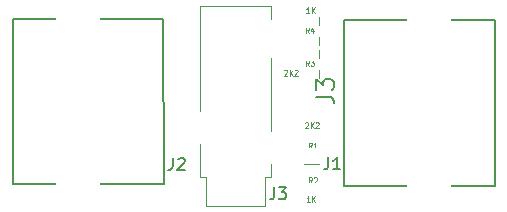
<source format=gto>
G04 (created by PCBNEW (2013-mar-13)-testing) date Wed 12 Jun 2013 11:52:51 PM EST*
%MOIN*%
G04 Gerber Fmt 3.4, Leading zero omitted, Abs format*
%FSLAX34Y34*%
G01*
G70*
G90*
G04 APERTURE LIST*
%ADD10C,0.005906*%
%ADD11C,0.007874*%
%ADD12C,0.005000*%
%ADD13C,0.003937*%
%ADD14C,0.004500*%
%ADD15C,0.153543*%
%ADD16C,0.074803*%
%ADD17R,0.060748X0.040748*%
%ADD18R,0.110236X0.110236*%
%ADD19R,0.129921X0.129921*%
%ADD20C,0.078740*%
G04 APERTURE END LIST*
G54D10*
G54D11*
X79543Y-52859D02*
X79543Y-53140D01*
X79525Y-53196D01*
X79487Y-53234D01*
X79431Y-53253D01*
X79393Y-53253D01*
X79693Y-52859D02*
X79937Y-52859D01*
X79806Y-53009D01*
X79862Y-53009D01*
X79899Y-53028D01*
X79918Y-53046D01*
X79937Y-53084D01*
X79937Y-53178D01*
X79918Y-53215D01*
X79899Y-53234D01*
X79862Y-53253D01*
X79749Y-53253D01*
X79712Y-53234D01*
X79693Y-53215D01*
X76168Y-51884D02*
X76168Y-52165D01*
X76150Y-52221D01*
X76112Y-52259D01*
X76056Y-52278D01*
X76018Y-52278D01*
X76337Y-51921D02*
X76356Y-51903D01*
X76393Y-51884D01*
X76487Y-51884D01*
X76524Y-51903D01*
X76543Y-51921D01*
X76562Y-51959D01*
X76562Y-51996D01*
X76543Y-52053D01*
X76318Y-52278D01*
X76562Y-52278D01*
X81343Y-51859D02*
X81343Y-52140D01*
X81325Y-52196D01*
X81287Y-52234D01*
X81231Y-52253D01*
X81193Y-52253D01*
X81737Y-52253D02*
X81512Y-52253D01*
X81624Y-52253D02*
X81624Y-51859D01*
X81587Y-51915D01*
X81549Y-51953D01*
X81512Y-51971D01*
G54D12*
X70830Y-47245D02*
X70830Y-52755D01*
X70830Y-52755D02*
X72602Y-52755D01*
X72602Y-52755D02*
X75869Y-52755D01*
X75869Y-52755D02*
X75849Y-47245D01*
X75849Y-47245D02*
X73388Y-47245D01*
X73388Y-47245D02*
X72602Y-47245D01*
X72602Y-47245D02*
X70830Y-47245D01*
X86895Y-52805D02*
X86895Y-47295D01*
X86895Y-47295D02*
X85123Y-47295D01*
X85123Y-47295D02*
X81856Y-47295D01*
X81856Y-47295D02*
X81876Y-52805D01*
X81876Y-52805D02*
X84337Y-52805D01*
X84337Y-52805D02*
X85123Y-52805D01*
X85123Y-52805D02*
X86895Y-52805D01*
X81075Y-51253D02*
X81075Y-50975D01*
X81075Y-50975D02*
X80525Y-50975D01*
X80525Y-50975D02*
X80525Y-51253D01*
X81075Y-51925D02*
X81075Y-51647D01*
X81075Y-51925D02*
X80525Y-51925D01*
X80525Y-51925D02*
X80525Y-51647D01*
X81075Y-52403D02*
X81075Y-52125D01*
X81075Y-52125D02*
X80525Y-52125D01*
X80525Y-52125D02*
X80525Y-52403D01*
X81075Y-53075D02*
X81075Y-52797D01*
X81075Y-53075D02*
X80525Y-53075D01*
X80525Y-53075D02*
X80525Y-52797D01*
X80475Y-48947D02*
X80475Y-49225D01*
X80475Y-49225D02*
X81025Y-49225D01*
X81025Y-49225D02*
X81025Y-48947D01*
X80475Y-48275D02*
X80475Y-48553D01*
X80475Y-48275D02*
X81025Y-48275D01*
X81025Y-48275D02*
X81025Y-48553D01*
X80475Y-47847D02*
X80475Y-48125D01*
X80475Y-48125D02*
X81025Y-48125D01*
X81025Y-48125D02*
X81025Y-47847D01*
X80475Y-47175D02*
X80475Y-47453D01*
X80475Y-47175D02*
X81025Y-47175D01*
X81025Y-47175D02*
X81025Y-47453D01*
G54D13*
X77085Y-46802D02*
X79448Y-46802D01*
X79448Y-52510D02*
X79448Y-46802D01*
X77085Y-52510D02*
X77085Y-46802D01*
X79251Y-52510D02*
X79448Y-52510D01*
X77282Y-52510D02*
X77085Y-52510D01*
X77282Y-53495D02*
X77282Y-52510D01*
X79251Y-53495D02*
X79251Y-52510D01*
X79251Y-53495D02*
X77282Y-53495D01*
G54D14*
X80795Y-51564D02*
X80735Y-51470D01*
X80692Y-51564D02*
X80692Y-51367D01*
X80760Y-51367D01*
X80777Y-51376D01*
X80786Y-51385D01*
X80795Y-51404D01*
X80795Y-51432D01*
X80786Y-51451D01*
X80777Y-51460D01*
X80760Y-51470D01*
X80692Y-51470D01*
X80966Y-51564D02*
X80863Y-51564D01*
X80915Y-51564D02*
X80915Y-51367D01*
X80897Y-51395D01*
X80880Y-51414D01*
X80863Y-51423D01*
X80572Y-50709D02*
X80581Y-50700D01*
X80598Y-50690D01*
X80641Y-50690D01*
X80658Y-50700D01*
X80667Y-50709D01*
X80675Y-50728D01*
X80675Y-50747D01*
X80667Y-50776D01*
X80564Y-50890D01*
X80675Y-50890D01*
X80752Y-50890D02*
X80752Y-50690D01*
X80855Y-50890D02*
X80778Y-50776D01*
X80855Y-50690D02*
X80752Y-50804D01*
X80924Y-50709D02*
X80932Y-50700D01*
X80950Y-50690D01*
X80992Y-50690D01*
X81010Y-50700D01*
X81018Y-50709D01*
X81027Y-50728D01*
X81027Y-50747D01*
X81018Y-50776D01*
X80915Y-50890D01*
X81027Y-50890D01*
X80795Y-52714D02*
X80735Y-52620D01*
X80692Y-52714D02*
X80692Y-52517D01*
X80760Y-52517D01*
X80777Y-52526D01*
X80786Y-52535D01*
X80795Y-52554D01*
X80795Y-52582D01*
X80786Y-52601D01*
X80777Y-52610D01*
X80760Y-52620D01*
X80692Y-52620D01*
X80863Y-52535D02*
X80872Y-52526D01*
X80889Y-52517D01*
X80932Y-52517D01*
X80949Y-52526D01*
X80957Y-52535D01*
X80966Y-52554D01*
X80966Y-52573D01*
X80957Y-52601D01*
X80855Y-52714D01*
X80966Y-52714D01*
X80736Y-53365D02*
X80633Y-53365D01*
X80685Y-53365D02*
X80685Y-53165D01*
X80667Y-53194D01*
X80650Y-53213D01*
X80633Y-53222D01*
X80813Y-53365D02*
X80813Y-53165D01*
X80916Y-53365D02*
X80839Y-53251D01*
X80916Y-53165D02*
X80813Y-53279D01*
X80695Y-48814D02*
X80635Y-48720D01*
X80592Y-48814D02*
X80592Y-48617D01*
X80660Y-48617D01*
X80677Y-48626D01*
X80686Y-48635D01*
X80695Y-48654D01*
X80695Y-48682D01*
X80686Y-48701D01*
X80677Y-48710D01*
X80660Y-48720D01*
X80592Y-48720D01*
X80755Y-48617D02*
X80866Y-48617D01*
X80806Y-48692D01*
X80832Y-48692D01*
X80849Y-48701D01*
X80857Y-48710D01*
X80866Y-48729D01*
X80866Y-48776D01*
X80857Y-48795D01*
X80849Y-48804D01*
X80832Y-48814D01*
X80780Y-48814D01*
X80763Y-48804D01*
X80755Y-48795D01*
X79872Y-48959D02*
X79881Y-48950D01*
X79898Y-48940D01*
X79941Y-48940D01*
X79958Y-48950D01*
X79967Y-48959D01*
X79975Y-48978D01*
X79975Y-48997D01*
X79967Y-49026D01*
X79864Y-49140D01*
X79975Y-49140D01*
X80052Y-49140D02*
X80052Y-48940D01*
X80155Y-49140D02*
X80078Y-49026D01*
X80155Y-48940D02*
X80052Y-49054D01*
X80224Y-48959D02*
X80232Y-48950D01*
X80250Y-48940D01*
X80292Y-48940D01*
X80310Y-48950D01*
X80318Y-48959D01*
X80327Y-48978D01*
X80327Y-48997D01*
X80318Y-49026D01*
X80215Y-49140D01*
X80327Y-49140D01*
X80695Y-47714D02*
X80635Y-47620D01*
X80592Y-47714D02*
X80592Y-47517D01*
X80660Y-47517D01*
X80677Y-47526D01*
X80686Y-47535D01*
X80695Y-47554D01*
X80695Y-47582D01*
X80686Y-47601D01*
X80677Y-47610D01*
X80660Y-47620D01*
X80592Y-47620D01*
X80849Y-47582D02*
X80849Y-47714D01*
X80806Y-47507D02*
X80763Y-47648D01*
X80875Y-47648D01*
X80711Y-47065D02*
X80608Y-47065D01*
X80660Y-47065D02*
X80660Y-46865D01*
X80642Y-46894D01*
X80625Y-46913D01*
X80608Y-46922D01*
X80788Y-47065D02*
X80788Y-46865D01*
X80891Y-47065D02*
X80814Y-46951D01*
X80891Y-46865D02*
X80788Y-46979D01*
G54D10*
X80935Y-49837D02*
X81357Y-49837D01*
X81441Y-49865D01*
X81498Y-49921D01*
X81526Y-50006D01*
X81526Y-50062D01*
X80935Y-49612D02*
X80935Y-49247D01*
X81160Y-49443D01*
X81160Y-49359D01*
X81188Y-49303D01*
X81216Y-49275D01*
X81273Y-49247D01*
X81413Y-49247D01*
X81469Y-49275D01*
X81498Y-49303D01*
X81526Y-49359D01*
X81526Y-49528D01*
X81498Y-49584D01*
X81469Y-49612D01*
%LPC*%
G54D15*
X73014Y-47440D03*
X72700Y-50000D03*
X73014Y-52559D03*
G54D16*
X74196Y-51340D03*
X75180Y-48659D03*
X75180Y-51340D03*
X74196Y-49490D03*
X74196Y-50509D03*
X74196Y-48659D03*
G54D15*
X84710Y-52609D03*
X85025Y-50050D03*
X84710Y-47490D03*
G54D16*
X83528Y-48709D03*
X82544Y-51390D03*
X82544Y-48709D03*
X83528Y-50559D03*
X83528Y-49540D03*
X83528Y-51390D03*
G54D17*
X80800Y-51150D03*
X80800Y-51750D03*
X80800Y-52300D03*
X80800Y-52900D03*
X80750Y-49050D03*
X80750Y-48450D03*
X80750Y-47950D03*
X80750Y-47350D03*
G54D18*
X76810Y-50896D03*
G54D19*
X79664Y-47904D03*
G54D18*
X79723Y-51565D03*
G54D20*
X78227Y-51132D03*
X78227Y-48376D03*
M02*

</source>
